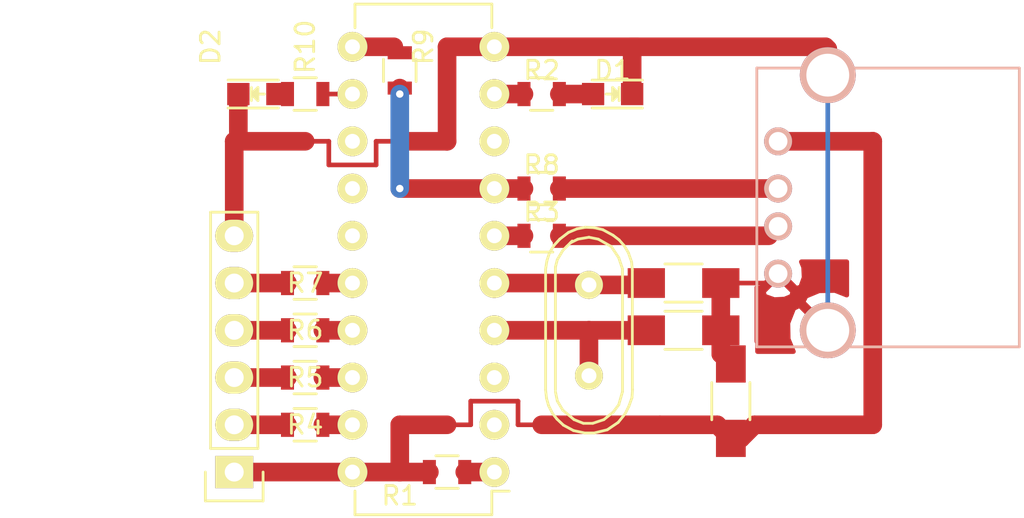
<source format=kicad_pcb>
(kicad_pcb (version 4) (host pcbnew 4.0.4+e1-6308~48~ubuntu16.04.1-stable)

  (general
    (links 36)
    (no_connects 0)
    (area 177.624999 52.614999 209.495 107.69095)
    (thickness 1.6)
    (drawings 2)
    (tracks 80)
    (zones 0)
    (modules 19)
    (nets 23)
  )

  (page A4)
  (layers
    (0 F.Cu signal)
    (31 B.Cu signal)
    (32 B.Adhes user hide)
    (33 F.Adhes user hide)
    (34 B.Paste user hide)
    (35 F.Paste user hide)
    (36 B.SilkS user hide)
    (37 F.SilkS user)
    (38 B.Mask user hide)
    (39 F.Mask user hide)
    (40 Dwgs.User user)
    (41 Cmts.User user hide)
    (42 Eco1.User user hide)
    (43 Eco2.User user hide)
    (44 Edge.Cuts user)
    (45 Margin user)
    (46 B.CrtYd user)
    (47 F.CrtYd user)
    (48 B.Fab user hide)
    (49 F.Fab user hide)
  )

  (setup
    (last_trace_width 0.25)
    (user_trace_width 1)
    (trace_clearance 0.2)
    (zone_clearance 0.508)
    (zone_45_only no)
    (trace_min 0.2)
    (segment_width 0.2)
    (edge_width 0.15)
    (via_size 0.6)
    (via_drill 0.4)
    (via_min_size 0.4)
    (via_min_drill 0.3)
    (uvia_size 0.3)
    (uvia_drill 0.1)
    (uvias_allowed no)
    (uvia_min_size 0.2)
    (uvia_min_drill 0.1)
    (pcb_text_width 0.3)
    (pcb_text_size 1.5 1.5)
    (mod_edge_width 0.15)
    (mod_text_size 1 1)
    (mod_text_width 0.15)
    (pad_size 1.524 1.524)
    (pad_drill 0.762)
    (pad_to_mask_clearance 0.2)
    (aux_axis_origin 0 0)
    (visible_elements FFFFFF7F)
    (pcbplotparams
      (layerselection 0x00030_80000001)
      (usegerberextensions false)
      (excludeedgelayer true)
      (linewidth 0.100000)
      (plotframeref false)
      (viasonmask false)
      (mode 1)
      (useauxorigin false)
      (hpglpennumber 1)
      (hpglpenspeed 20)
      (hpglpendiameter 15)
      (hpglpenoverlay 2)
      (psnegative false)
      (psa4output false)
      (plotreference true)
      (plotvalue true)
      (plotinvisibletext false)
      (padsonsilk false)
      (subtractmaskfromsilk false)
      (outputformat 1)
      (mirror false)
      (drillshape 1)
      (scaleselection 1)
      (outputdirectory ""))
  )

  (net 0 "")
  (net 1 GNDREF)
  (net 2 "Net-(C1-Pad2)")
  (net 3 "Net-(C2-Pad1)")
  (net 4 VCC)
  (net 5 "Net-(D1-Pad2)")
  (net 6 "Net-(D2-Pad2)")
  (net 7 "Net-(IC1-Pad1)")
  (net 8 "Net-(IC1-Pad6)")
  (net 9 "Net-(IC1-Pad7)")
  (net 10 "Net-(IC1-Pad9)")
  (net 11 "Net-(IC1-Pad11)")
  (net 12 "Net-(IC1-Pad12)")
  (net 13 "Net-(IC1-Pad16)")
  (net 14 "Net-(IC1-Pad17)")
  (net 15 "Net-(IC1-Pad18)")
  (net 16 "Net-(IC1-Pad19)")
  (net 17 "Net-(P2-Pad3)")
  (net 18 "Net-(P2-Pad2)")
  (net 19 "Net-(P3-Pad2)")
  (net 20 "Net-(P3-Pad3)")
  (net 21 "Net-(P3-Pad4)")
  (net 22 "Net-(P3-Pad5)")

  (net_class Default "This is the default net class."
    (clearance 0.2)
    (trace_width 0.25)
    (via_dia 0.6)
    (via_drill 0.4)
    (uvia_dia 0.3)
    (uvia_drill 0.1)
    (add_net GNDREF)
    (add_net "Net-(C1-Pad2)")
    (add_net "Net-(C2-Pad1)")
    (add_net "Net-(D1-Pad2)")
    (add_net "Net-(D2-Pad2)")
    (add_net "Net-(IC1-Pad1)")
    (add_net "Net-(IC1-Pad11)")
    (add_net "Net-(IC1-Pad12)")
    (add_net "Net-(IC1-Pad16)")
    (add_net "Net-(IC1-Pad17)")
    (add_net "Net-(IC1-Pad18)")
    (add_net "Net-(IC1-Pad19)")
    (add_net "Net-(IC1-Pad6)")
    (add_net "Net-(IC1-Pad7)")
    (add_net "Net-(IC1-Pad9)")
    (add_net "Net-(P2-Pad2)")
    (add_net "Net-(P2-Pad3)")
    (add_net "Net-(P3-Pad2)")
    (add_net "Net-(P3-Pad3)")
    (add_net "Net-(P3-Pad4)")
    (add_net "Net-(P3-Pad5)")
    (add_net VCC)
  )

  (module Connect:USB_A (layer B.Cu) (tedit 580A20E9) (tstamp 580A0BE7)
    (at 208.28 78.74 270)
    (descr "USB A connector")
    (tags "USB USB_A")
    (path /5809E4B4)
    (fp_text reference P2 (at -6.35 0 270) (layer B.SilkS) hide
      (effects (font (size 1 1) (thickness 0.15)) (justify mirror))
    )
    (fp_text value USB_A (at 3.83794 -7.43458 450) (layer B.Fab)
      (effects (font (size 1 1) (thickness 0.15)) (justify mirror))
    )
    (fp_line (start -5.3 -13.2) (end -5.3 1.4) (layer B.CrtYd) (width 0.05))
    (fp_line (start 11.95 1.4) (end 11.95 -13.2) (layer B.CrtYd) (width 0.05))
    (fp_line (start -5.3 -13.2) (end 11.95 -13.2) (layer B.CrtYd) (width 0.05))
    (fp_line (start -5.3 1.4) (end 11.95 1.4) (layer B.CrtYd) (width 0.05))
    (fp_line (start 11.04986 1.14512) (end 11.04986 -12.95188) (layer B.SilkS) (width 0.15))
    (fp_line (start -3.93614 -12.95188) (end -3.93614 1.14512) (layer B.SilkS) (width 0.15))
    (fp_line (start 11.04986 1.14512) (end -3.93614 1.14512) (layer B.SilkS) (width 0.15))
    (fp_line (start 11.04986 -12.95188) (end -3.93614 -12.95188) (layer B.SilkS) (width 0.15))
    (pad 4 thru_hole circle (at 7.11286 0.00212) (size 1.50114 1.50114) (drill 1.00076) (layers *.Cu *.Mask B.SilkS)
      (net 1 GNDREF))
    (pad 3 thru_hole circle (at 4.57286 0.00212) (size 1.50114 1.50114) (drill 1.00076) (layers *.Cu *.Mask B.SilkS)
      (net 17 "Net-(P2-Pad3)"))
    (pad 2 thru_hole circle (at 2.54086 0.00212) (size 1.50114 1.50114) (drill 1.00076) (layers *.Cu *.Mask B.SilkS)
      (net 18 "Net-(P2-Pad2)"))
    (pad 1 thru_hole circle (at 0.00086 0.00212) (size 1.50114 1.50114) (drill 1.00076) (layers *.Cu *.Mask B.SilkS)
      (net 4 VCC))
    (pad 5 thru_hole circle (at 10.16086 -2.66488) (size 2.99974 2.99974) (drill 2.30124) (layers *.Cu *.Mask B.SilkS)
      (net 1 GNDREF))
    (pad 5 thru_hole circle (at -3.55514 -2.66488) (size 2.99974 2.99974) (drill 2.30124) (layers *.Cu *.Mask B.SilkS)
      (net 1 GNDREF))
    (model Connect.3dshapes/USB_A.wrl
      (at (xyz 0.14 0 0))
      (scale (xyz 1 1 1))
      (rotate (xyz 0 0 90))
    )
  )

  (module Capacitors_SMD:C_1206_HandSoldering (layer F.Cu) (tedit 580B4356) (tstamp 580A0BB9)
    (at 205.74 92.71 90)
    (descr "Capacitor SMD 1206, hand soldering")
    (tags "capacitor 1206")
    (path /5809E382)
    (attr smd)
    (fp_text reference C3 (at 6.35 -2.54 180) (layer F.SilkS) hide
      (effects (font (size 1 1) (thickness 0.15)))
    )
    (fp_text value 100n (at 0 -1.27 180) (layer F.Fab)
      (effects (font (size 1 1) (thickness 0.15)))
    )
    (fp_line (start -1.6 0.8) (end -1.6 -0.8) (layer F.Fab) (width 0.15))
    (fp_line (start 1.6 0.8) (end -1.6 0.8) (layer F.Fab) (width 0.15))
    (fp_line (start 1.6 -0.8) (end 1.6 0.8) (layer F.Fab) (width 0.15))
    (fp_line (start -1.6 -0.8) (end 1.6 -0.8) (layer F.Fab) (width 0.15))
    (fp_line (start -3.3 -1.15) (end 3.3 -1.15) (layer F.CrtYd) (width 0.05))
    (fp_line (start -3.3 1.15) (end 3.3 1.15) (layer F.CrtYd) (width 0.05))
    (fp_line (start -3.3 -1.15) (end -3.3 1.15) (layer F.CrtYd) (width 0.05))
    (fp_line (start 3.3 -1.15) (end 3.3 1.15) (layer F.CrtYd) (width 0.05))
    (fp_line (start 1 -1.025) (end -1 -1.025) (layer F.SilkS) (width 0.15))
    (fp_line (start -1 1.025) (end 1 1.025) (layer F.SilkS) (width 0.15))
    (pad 1 smd rect (at -2 0 90) (size 2 1.6) (layers F.Cu F.Paste F.Mask)
      (net 4 VCC))
    (pad 2 smd rect (at 2 0 90) (size 2 1.6) (layers F.Cu F.Paste F.Mask)
      (net 1 GNDREF))
    (model Capacitors_SMD.3dshapes/C_1206_HandSoldering.wrl
      (at (xyz 0 0 0))
      (scale (xyz 1 1 1))
      (rotate (xyz 0 0 0))
    )
  )

  (module Housings_DIP:DIP-20_W7.62mm (layer F.Cu) (tedit 580B4050) (tstamp 580A0BDD)
    (at 193.04 96.52 180)
    (descr "20-lead dip package, row spacing 7.62 mm (300 mils)")
    (tags "dil dip 2.54 300")
    (path /5809E019)
    (fp_text reference IC1 (at 0 -5.22 180) (layer F.SilkS) hide
      (effects (font (size 1 1) (thickness 0.15)))
    )
    (fp_text value ATTINY2313 (at 3.81 -3.81 180) (layer F.Fab)
      (effects (font (size 1 1) (thickness 0.15)))
    )
    (fp_line (start -1.05 -2.45) (end -1.05 25.35) (layer F.CrtYd) (width 0.05))
    (fp_line (start 8.65 -2.45) (end 8.65 25.35) (layer F.CrtYd) (width 0.05))
    (fp_line (start -1.05 -2.45) (end 8.65 -2.45) (layer F.CrtYd) (width 0.05))
    (fp_line (start -1.05 25.35) (end 8.65 25.35) (layer F.CrtYd) (width 0.05))
    (fp_line (start 0.135 -2.295) (end 0.135 -1.025) (layer F.SilkS) (width 0.15))
    (fp_line (start 7.485 -2.295) (end 7.485 -1.025) (layer F.SilkS) (width 0.15))
    (fp_line (start 7.485 25.155) (end 7.485 23.885) (layer F.SilkS) (width 0.15))
    (fp_line (start 0.135 25.155) (end 0.135 23.885) (layer F.SilkS) (width 0.15))
    (fp_line (start 0.135 -2.295) (end 7.485 -2.295) (layer F.SilkS) (width 0.15))
    (fp_line (start 0.135 25.155) (end 7.485 25.155) (layer F.SilkS) (width 0.15))
    (fp_line (start 0.135 -1.025) (end -0.8 -1.025) (layer F.SilkS) (width 0.15))
    (pad 1 thru_hole oval (at 0 0 180) (size 1.6 1.6) (drill 0.8) (layers *.Cu *.Mask F.SilkS)
      (net 7 "Net-(IC1-Pad1)"))
    (pad 2 thru_hole oval (at 0 2.54 180) (size 1.6 1.6) (drill 0.8) (layers *.Cu *.Mask F.SilkS))
    (pad 3 thru_hole oval (at 0 5.08 180) (size 1.6 1.6) (drill 0.8) (layers *.Cu *.Mask F.SilkS))
    (pad 4 thru_hole oval (at 0 7.62 180) (size 1.6 1.6) (drill 0.8) (layers *.Cu *.Mask F.SilkS)
      (net 2 "Net-(C1-Pad2)"))
    (pad 5 thru_hole oval (at 0 10.16 180) (size 1.6 1.6) (drill 0.8) (layers *.Cu *.Mask F.SilkS)
      (net 3 "Net-(C2-Pad1)"))
    (pad 6 thru_hole oval (at 0 12.7 180) (size 1.6 1.6) (drill 0.8) (layers *.Cu *.Mask F.SilkS)
      (net 8 "Net-(IC1-Pad6)"))
    (pad 7 thru_hole oval (at 0 15.24 180) (size 1.6 1.6) (drill 0.8) (layers *.Cu *.Mask F.SilkS)
      (net 9 "Net-(IC1-Pad7)"))
    (pad 8 thru_hole oval (at 0 17.78 180) (size 1.6 1.6) (drill 0.8) (layers *.Cu *.Mask F.SilkS))
    (pad 9 thru_hole oval (at 0 20.32 180) (size 1.6 1.6) (drill 0.8) (layers *.Cu *.Mask F.SilkS)
      (net 10 "Net-(IC1-Pad9)"))
    (pad 10 thru_hole oval (at 0 22.86 180) (size 1.6 1.6) (drill 0.8) (layers *.Cu *.Mask F.SilkS)
      (net 1 GNDREF))
    (pad 11 thru_hole oval (at 7.62 22.86 180) (size 1.6 1.6) (drill 0.8) (layers *.Cu *.Mask F.SilkS)
      (net 11 "Net-(IC1-Pad11)"))
    (pad 12 thru_hole oval (at 7.62 20.32 180) (size 1.6 1.6) (drill 0.8) (layers *.Cu *.Mask F.SilkS)
      (net 12 "Net-(IC1-Pad12)"))
    (pad 13 thru_hole oval (at 7.62 17.78 180) (size 1.6 1.6) (drill 0.8) (layers *.Cu *.Mask F.SilkS))
    (pad 14 thru_hole oval (at 7.62 15.24 180) (size 1.6 1.6) (drill 0.8) (layers *.Cu *.Mask F.SilkS))
    (pad 15 thru_hole oval (at 7.62 12.7 180) (size 1.6 1.6) (drill 0.8) (layers *.Cu *.Mask F.SilkS))
    (pad 16 thru_hole oval (at 7.62 10.16 180) (size 1.6 1.6) (drill 0.8) (layers *.Cu *.Mask F.SilkS)
      (net 13 "Net-(IC1-Pad16)"))
    (pad 17 thru_hole oval (at 7.62 7.62 180) (size 1.6 1.6) (drill 0.8) (layers *.Cu *.Mask F.SilkS)
      (net 14 "Net-(IC1-Pad17)"))
    (pad 18 thru_hole oval (at 7.62 5.08 180) (size 1.6 1.6) (drill 0.8) (layers *.Cu *.Mask F.SilkS)
      (net 15 "Net-(IC1-Pad18)"))
    (pad 19 thru_hole oval (at 7.62 2.54 180) (size 1.6 1.6) (drill 0.8) (layers *.Cu *.Mask F.SilkS)
      (net 16 "Net-(IC1-Pad19)"))
    (pad 20 thru_hole oval (at 7.62 0 180) (size 1.6 1.6) (drill 0.8) (layers *.Cu *.Mask F.SilkS)
      (net 4 VCC))
    (model Housings_DIP.3dshapes/DIP-20_W7.62mm.wrl
      (at (xyz 0 0 0))
      (scale (xyz 1 1 1))
      (rotate (xyz 0 0 0))
    )
  )

  (module Capacitors_SMD:C_1206_HandSoldering (layer F.Cu) (tedit 580B4365) (tstamp 580A0BAD)
    (at 203.2 88.9 180)
    (descr "Capacitor SMD 1206, hand soldering")
    (tags "capacitor 1206")
    (path /5809E153)
    (attr smd)
    (fp_text reference C1 (at 0 -2.3 180) (layer F.SilkS) hide
      (effects (font (size 1 1) (thickness 0.15)))
    )
    (fp_text value 22p (at 0 0 180) (layer F.Fab)
      (effects (font (size 1 1) (thickness 0.15)))
    )
    (fp_line (start -1.6 0.8) (end -1.6 -0.8) (layer F.Fab) (width 0.15))
    (fp_line (start 1.6 0.8) (end -1.6 0.8) (layer F.Fab) (width 0.15))
    (fp_line (start 1.6 -0.8) (end 1.6 0.8) (layer F.Fab) (width 0.15))
    (fp_line (start -1.6 -0.8) (end 1.6 -0.8) (layer F.Fab) (width 0.15))
    (fp_line (start -3.3 -1.15) (end 3.3 -1.15) (layer F.CrtYd) (width 0.05))
    (fp_line (start -3.3 1.15) (end 3.3 1.15) (layer F.CrtYd) (width 0.05))
    (fp_line (start -3.3 -1.15) (end -3.3 1.15) (layer F.CrtYd) (width 0.05))
    (fp_line (start 3.3 -1.15) (end 3.3 1.15) (layer F.CrtYd) (width 0.05))
    (fp_line (start 1 -1.025) (end -1 -1.025) (layer F.SilkS) (width 0.15))
    (fp_line (start -1 1.025) (end 1 1.025) (layer F.SilkS) (width 0.15))
    (pad 1 smd rect (at -2 0 180) (size 2 1.6) (layers F.Cu F.Paste F.Mask)
      (net 1 GNDREF))
    (pad 2 smd rect (at 2 0 180) (size 2 1.6) (layers F.Cu F.Paste F.Mask)
      (net 2 "Net-(C1-Pad2)"))
    (model Capacitors_SMD.3dshapes/C_1206_HandSoldering.wrl
      (at (xyz 0 0 0))
      (scale (xyz 1 1 1))
      (rotate (xyz 0 0 0))
    )
  )

  (module Capacitors_SMD:C_1206_HandSoldering (layer F.Cu) (tedit 580B4362) (tstamp 580A0BB3)
    (at 203.2 86.36)
    (descr "Capacitor SMD 1206, hand soldering")
    (tags "capacitor 1206")
    (path /5809E1B3)
    (attr smd)
    (fp_text reference C2 (at -2.54 -1.27) (layer F.SilkS) hide
      (effects (font (size 1 1) (thickness 0.15)))
    )
    (fp_text value 22p (at 0 0 180) (layer F.Fab)
      (effects (font (size 1 1) (thickness 0.15)))
    )
    (fp_line (start -1.6 0.8) (end -1.6 -0.8) (layer F.Fab) (width 0.15))
    (fp_line (start 1.6 0.8) (end -1.6 0.8) (layer F.Fab) (width 0.15))
    (fp_line (start 1.6 -0.8) (end 1.6 0.8) (layer F.Fab) (width 0.15))
    (fp_line (start -1.6 -0.8) (end 1.6 -0.8) (layer F.Fab) (width 0.15))
    (fp_line (start -3.3 -1.15) (end 3.3 -1.15) (layer F.CrtYd) (width 0.05))
    (fp_line (start -3.3 1.15) (end 3.3 1.15) (layer F.CrtYd) (width 0.05))
    (fp_line (start -3.3 -1.15) (end -3.3 1.15) (layer F.CrtYd) (width 0.05))
    (fp_line (start 3.3 -1.15) (end 3.3 1.15) (layer F.CrtYd) (width 0.05))
    (fp_line (start 1 -1.025) (end -1 -1.025) (layer F.SilkS) (width 0.15))
    (fp_line (start -1 1.025) (end 1 1.025) (layer F.SilkS) (width 0.15))
    (pad 1 smd rect (at -2 0) (size 2 1.6) (layers F.Cu F.Paste F.Mask)
      (net 3 "Net-(C2-Pad1)"))
    (pad 2 smd rect (at 2 0) (size 2 1.6) (layers F.Cu F.Paste F.Mask)
      (net 1 GNDREF))
    (model Capacitors_SMD.3dshapes/C_1206_HandSoldering.wrl
      (at (xyz 0 0 0))
      (scale (xyz 1 1 1))
      (rotate (xyz 0 0 0))
    )
  )

  (module Pin_Headers:Pin_Header_Straight_1x06 (layer F.Cu) (tedit 580A1628) (tstamp 580A0BF1)
    (at 179.07 96.52 180)
    (descr "Through hole pin header")
    (tags "pin header")
    (path /5809FD73)
    (fp_text reference P3 (at 0 -5.1 180) (layer F.SilkS) hide
      (effects (font (size 1 1) (thickness 0.15)))
    )
    (fp_text value CONN_01X06 (at 0 -3.1 180) (layer F.Fab) hide
      (effects (font (size 1 1) (thickness 0.15)))
    )
    (fp_line (start -1.75 -1.75) (end -1.75 14.45) (layer F.CrtYd) (width 0.05))
    (fp_line (start 1.75 -1.75) (end 1.75 14.45) (layer F.CrtYd) (width 0.05))
    (fp_line (start -1.75 -1.75) (end 1.75 -1.75) (layer F.CrtYd) (width 0.05))
    (fp_line (start -1.75 14.45) (end 1.75 14.45) (layer F.CrtYd) (width 0.05))
    (fp_line (start 1.27 1.27) (end 1.27 13.97) (layer F.SilkS) (width 0.15))
    (fp_line (start 1.27 13.97) (end -1.27 13.97) (layer F.SilkS) (width 0.15))
    (fp_line (start -1.27 13.97) (end -1.27 1.27) (layer F.SilkS) (width 0.15))
    (fp_line (start 1.55 -1.55) (end 1.55 0) (layer F.SilkS) (width 0.15))
    (fp_line (start 1.27 1.27) (end -1.27 1.27) (layer F.SilkS) (width 0.15))
    (fp_line (start -1.55 0) (end -1.55 -1.55) (layer F.SilkS) (width 0.15))
    (fp_line (start -1.55 -1.55) (end 1.55 -1.55) (layer F.SilkS) (width 0.15))
    (pad 1 thru_hole rect (at 0 0 180) (size 2.032 1.7272) (drill 1.016) (layers *.Cu *.Mask F.SilkS)
      (net 4 VCC))
    (pad 2 thru_hole oval (at 0 2.54 180) (size 2.032 1.7272) (drill 1.016) (layers *.Cu *.Mask F.SilkS)
      (net 19 "Net-(P3-Pad2)"))
    (pad 3 thru_hole oval (at 0 5.08 180) (size 2.032 1.7272) (drill 1.016) (layers *.Cu *.Mask F.SilkS)
      (net 20 "Net-(P3-Pad3)"))
    (pad 4 thru_hole oval (at 0 7.62 180) (size 2.032 1.7272) (drill 1.016) (layers *.Cu *.Mask F.SilkS)
      (net 21 "Net-(P3-Pad4)"))
    (pad 5 thru_hole oval (at 0 10.16 180) (size 2.032 1.7272) (drill 1.016) (layers *.Cu *.Mask F.SilkS)
      (net 22 "Net-(P3-Pad5)"))
    (pad 6 thru_hole oval (at 0 12.7 180) (size 2.032 1.7272) (drill 1.016) (layers *.Cu *.Mask F.SilkS)
      (net 1 GNDREF))
    (model Pin_Headers.3dshapes/Pin_Header_Straight_1x06.wrl
      (at (xyz 0 -0.25 0))
      (scale (xyz 1 1 1))
      (rotate (xyz 0 0 90))
    )
  )

  (module Resistors_SMD:R_0805 (layer F.Cu) (tedit 580B4329) (tstamp 580A0BF7)
    (at 190.5 96.52)
    (descr "Resistor SMD 0805, reflow soldering, Vishay (see dcrcw.pdf)")
    (tags "resistor 0805")
    (path /5809E2A0)
    (attr smd)
    (fp_text reference R1 (at -2.54 1.27 180) (layer F.SilkS)
      (effects (font (size 1 1) (thickness 0.15)))
    )
    (fp_text value 10K (at 0 1.27 180) (layer F.Fab)
      (effects (font (size 1 1) (thickness 0.15)))
    )
    (fp_line (start -1.6 -1) (end 1.6 -1) (layer F.CrtYd) (width 0.05))
    (fp_line (start -1.6 1) (end 1.6 1) (layer F.CrtYd) (width 0.05))
    (fp_line (start -1.6 -1) (end -1.6 1) (layer F.CrtYd) (width 0.05))
    (fp_line (start 1.6 -1) (end 1.6 1) (layer F.CrtYd) (width 0.05))
    (fp_line (start 0.6 0.875) (end -0.6 0.875) (layer F.SilkS) (width 0.15))
    (fp_line (start -0.6 -0.875) (end 0.6 -0.875) (layer F.SilkS) (width 0.15))
    (pad 1 smd rect (at -0.95 0) (size 0.7 1.3) (layers F.Cu F.Paste F.Mask)
      (net 4 VCC))
    (pad 2 smd rect (at 0.95 0) (size 0.7 1.3) (layers F.Cu F.Paste F.Mask)
      (net 7 "Net-(IC1-Pad1)"))
    (model Resistors_SMD.3dshapes/R_0805.wrl
      (at (xyz 0 0 0))
      (scale (xyz 1 1 1))
      (rotate (xyz 0 0 0))
    )
  )

  (module Resistors_SMD:R_0805 (layer F.Cu) (tedit 580B4315) (tstamp 580A0BFD)
    (at 195.58 76.2)
    (descr "Resistor SMD 0805, reflow soldering, Vishay (see dcrcw.pdf)")
    (tags "resistor 0805")
    (path /5809E83F)
    (attr smd)
    (fp_text reference R2 (at 0 -1.27 180) (layer F.SilkS)
      (effects (font (size 1 1) (thickness 0.15)))
    )
    (fp_text value 1K (at 0 2.1) (layer F.Fab) hide
      (effects (font (size 1 1) (thickness 0.15)))
    )
    (fp_line (start -1.6 -1) (end 1.6 -1) (layer F.CrtYd) (width 0.05))
    (fp_line (start -1.6 1) (end 1.6 1) (layer F.CrtYd) (width 0.05))
    (fp_line (start -1.6 -1) (end -1.6 1) (layer F.CrtYd) (width 0.05))
    (fp_line (start 1.6 -1) (end 1.6 1) (layer F.CrtYd) (width 0.05))
    (fp_line (start 0.6 0.875) (end -0.6 0.875) (layer F.SilkS) (width 0.15))
    (fp_line (start -0.6 -0.875) (end 0.6 -0.875) (layer F.SilkS) (width 0.15))
    (pad 1 smd rect (at -0.95 0) (size 0.7 1.3) (layers F.Cu F.Paste F.Mask)
      (net 10 "Net-(IC1-Pad9)"))
    (pad 2 smd rect (at 0.95 0) (size 0.7 1.3) (layers F.Cu F.Paste F.Mask)
      (net 5 "Net-(D1-Pad2)"))
    (model Resistors_SMD.3dshapes/R_0805.wrl
      (at (xyz 0 0 0))
      (scale (xyz 1 1 1))
      (rotate (xyz 0 0 0))
    )
  )

  (module Resistors_SMD:R_0805 (layer F.Cu) (tedit 580A1676) (tstamp 580A0C03)
    (at 195.58 83.82)
    (descr "Resistor SMD 0805, reflow soldering, Vishay (see dcrcw.pdf)")
    (tags "resistor 0805")
    (path /5809EA5F)
    (attr smd)
    (fp_text reference R3 (at 0 -1.27) (layer F.SilkS)
      (effects (font (size 1 1) (thickness 0.15)))
    )
    (fp_text value 27-47R (at 5.08 -1.27) (layer F.Fab)
      (effects (font (size 1 1) (thickness 0.15)))
    )
    (fp_line (start -1.6 -1) (end 1.6 -1) (layer F.CrtYd) (width 0.05))
    (fp_line (start -1.6 1) (end 1.6 1) (layer F.CrtYd) (width 0.05))
    (fp_line (start -1.6 -1) (end -1.6 1) (layer F.CrtYd) (width 0.05))
    (fp_line (start 1.6 -1) (end 1.6 1) (layer F.CrtYd) (width 0.05))
    (fp_line (start 0.6 0.875) (end -0.6 0.875) (layer F.SilkS) (width 0.15))
    (fp_line (start -0.6 -0.875) (end 0.6 -0.875) (layer F.SilkS) (width 0.15))
    (pad 1 smd rect (at -0.95 0) (size 0.7 1.3) (layers F.Cu F.Paste F.Mask)
      (net 8 "Net-(IC1-Pad6)"))
    (pad 2 smd rect (at 0.95 0) (size 0.7 1.3) (layers F.Cu F.Paste F.Mask)
      (net 17 "Net-(P2-Pad3)"))
    (model Resistors_SMD.3dshapes/R_0805.wrl
      (at (xyz 0 0 0))
      (scale (xyz 1 1 1))
      (rotate (xyz 0 0 0))
    )
  )

  (module Resistors_SMD:R_0805 (layer F.Cu) (tedit 580A16C7) (tstamp 580A0C09)
    (at 182.88 93.98 180)
    (descr "Resistor SMD 0805, reflow soldering, Vishay (see dcrcw.pdf)")
    (tags "resistor 0805")
    (path /580A0276)
    (attr smd)
    (fp_text reference R4 (at 0 0 180) (layer F.SilkS)
      (effects (font (size 1 1) (thickness 0.15)))
    )
    (fp_text value 100R (at 0 2.54 270) (layer F.Fab) hide
      (effects (font (size 1 1) (thickness 0.15)))
    )
    (fp_line (start -1.6 -1) (end 1.6 -1) (layer F.CrtYd) (width 0.05))
    (fp_line (start -1.6 1) (end 1.6 1) (layer F.CrtYd) (width 0.05))
    (fp_line (start -1.6 -1) (end -1.6 1) (layer F.CrtYd) (width 0.05))
    (fp_line (start 1.6 -1) (end 1.6 1) (layer F.CrtYd) (width 0.05))
    (fp_line (start 0.6 0.875) (end -0.6 0.875) (layer F.SilkS) (width 0.15))
    (fp_line (start -0.6 -0.875) (end 0.6 -0.875) (layer F.SilkS) (width 0.15))
    (pad 1 smd rect (at -0.95 0 180) (size 0.7 1.3) (layers F.Cu F.Paste F.Mask)
      (net 16 "Net-(IC1-Pad19)"))
    (pad 2 smd rect (at 0.95 0 180) (size 0.7 1.3) (layers F.Cu F.Paste F.Mask)
      (net 19 "Net-(P3-Pad2)"))
    (model Resistors_SMD.3dshapes/R_0805.wrl
      (at (xyz 0 0 0))
      (scale (xyz 1 1 1))
      (rotate (xyz 0 0 0))
    )
  )

  (module Resistors_SMD:R_0805 (layer F.Cu) (tedit 580A16BF) (tstamp 580A0C0F)
    (at 182.88 91.44 180)
    (descr "Resistor SMD 0805, reflow soldering, Vishay (see dcrcw.pdf)")
    (tags "resistor 0805")
    (path /580A03D1)
    (attr smd)
    (fp_text reference R5 (at 0 0 180) (layer F.SilkS)
      (effects (font (size 1 1) (thickness 0.15)))
    )
    (fp_text value 100R (at 0 2.1 180) (layer F.Fab) hide
      (effects (font (size 1 1) (thickness 0.15)))
    )
    (fp_line (start -1.6 -1) (end 1.6 -1) (layer F.CrtYd) (width 0.05))
    (fp_line (start -1.6 1) (end 1.6 1) (layer F.CrtYd) (width 0.05))
    (fp_line (start -1.6 -1) (end -1.6 1) (layer F.CrtYd) (width 0.05))
    (fp_line (start 1.6 -1) (end 1.6 1) (layer F.CrtYd) (width 0.05))
    (fp_line (start 0.6 0.875) (end -0.6 0.875) (layer F.SilkS) (width 0.15))
    (fp_line (start -0.6 -0.875) (end 0.6 -0.875) (layer F.SilkS) (width 0.15))
    (pad 1 smd rect (at -0.95 0 180) (size 0.7 1.3) (layers F.Cu F.Paste F.Mask)
      (net 15 "Net-(IC1-Pad18)"))
    (pad 2 smd rect (at 0.95 0 180) (size 0.7 1.3) (layers F.Cu F.Paste F.Mask)
      (net 20 "Net-(P3-Pad3)"))
    (model Resistors_SMD.3dshapes/R_0805.wrl
      (at (xyz 0 0 0))
      (scale (xyz 1 1 1))
      (rotate (xyz 0 0 0))
    )
  )

  (module Resistors_SMD:R_0805 (layer F.Cu) (tedit 580A16BC) (tstamp 580A0C15)
    (at 182.88 88.9 180)
    (descr "Resistor SMD 0805, reflow soldering, Vishay (see dcrcw.pdf)")
    (tags "resistor 0805")
    (path /580A041D)
    (attr smd)
    (fp_text reference R6 (at 0 0 180) (layer F.SilkS)
      (effects (font (size 1 1) (thickness 0.15)))
    )
    (fp_text value 100R (at 0 2.1 180) (layer F.Fab) hide
      (effects (font (size 1 1) (thickness 0.15)))
    )
    (fp_line (start -1.6 -1) (end 1.6 -1) (layer F.CrtYd) (width 0.05))
    (fp_line (start -1.6 1) (end 1.6 1) (layer F.CrtYd) (width 0.05))
    (fp_line (start -1.6 -1) (end -1.6 1) (layer F.CrtYd) (width 0.05))
    (fp_line (start 1.6 -1) (end 1.6 1) (layer F.CrtYd) (width 0.05))
    (fp_line (start 0.6 0.875) (end -0.6 0.875) (layer F.SilkS) (width 0.15))
    (fp_line (start -0.6 -0.875) (end 0.6 -0.875) (layer F.SilkS) (width 0.15))
    (pad 1 smd rect (at -0.95 0 180) (size 0.7 1.3) (layers F.Cu F.Paste F.Mask)
      (net 14 "Net-(IC1-Pad17)"))
    (pad 2 smd rect (at 0.95 0 180) (size 0.7 1.3) (layers F.Cu F.Paste F.Mask)
      (net 21 "Net-(P3-Pad4)"))
    (model Resistors_SMD.3dshapes/R_0805.wrl
      (at (xyz 0 0 0))
      (scale (xyz 1 1 1))
      (rotate (xyz 0 0 0))
    )
  )

  (module Resistors_SMD:R_0805 (layer F.Cu) (tedit 580A16C4) (tstamp 580A0C1B)
    (at 182.88 86.36 180)
    (descr "Resistor SMD 0805, reflow soldering, Vishay (see dcrcw.pdf)")
    (tags "resistor 0805")
    (path /580A0466)
    (attr smd)
    (fp_text reference R7 (at 0 0 180) (layer F.SilkS)
      (effects (font (size 1 1) (thickness 0.15)))
    )
    (fp_text value 100R (at 0 2.1 180) (layer F.Fab) hide
      (effects (font (size 1 1) (thickness 0.15)))
    )
    (fp_line (start -1.6 -1) (end 1.6 -1) (layer F.CrtYd) (width 0.05))
    (fp_line (start -1.6 1) (end 1.6 1) (layer F.CrtYd) (width 0.05))
    (fp_line (start -1.6 -1) (end -1.6 1) (layer F.CrtYd) (width 0.05))
    (fp_line (start 1.6 -1) (end 1.6 1) (layer F.CrtYd) (width 0.05))
    (fp_line (start 0.6 0.875) (end -0.6 0.875) (layer F.SilkS) (width 0.15))
    (fp_line (start -0.6 -0.875) (end 0.6 -0.875) (layer F.SilkS) (width 0.15))
    (pad 1 smd rect (at -0.95 0 180) (size 0.7 1.3) (layers F.Cu F.Paste F.Mask)
      (net 13 "Net-(IC1-Pad16)"))
    (pad 2 smd rect (at 0.95 0 180) (size 0.7 1.3) (layers F.Cu F.Paste F.Mask)
      (net 22 "Net-(P3-Pad5)"))
    (model Resistors_SMD.3dshapes/R_0805.wrl
      (at (xyz 0 0 0))
      (scale (xyz 1 1 1))
      (rotate (xyz 0 0 0))
    )
  )

  (module Resistors_SMD:R_0805 (layer F.Cu) (tedit 580A1670) (tstamp 580A0C21)
    (at 195.58 81.28 180)
    (descr "Resistor SMD 0805, reflow soldering, Vishay (see dcrcw.pdf)")
    (tags "resistor 0805")
    (path /5809E9D5)
    (attr smd)
    (fp_text reference R8 (at 0 1.27 180) (layer F.SilkS)
      (effects (font (size 1 1) (thickness 0.15)))
    )
    (fp_text value 27R-47R (at -5.08 1.27 180) (layer F.Fab)
      (effects (font (size 1 1) (thickness 0.15)))
    )
    (fp_line (start -1.6 -1) (end 1.6 -1) (layer F.CrtYd) (width 0.05))
    (fp_line (start -1.6 1) (end 1.6 1) (layer F.CrtYd) (width 0.05))
    (fp_line (start -1.6 -1) (end -1.6 1) (layer F.CrtYd) (width 0.05))
    (fp_line (start 1.6 -1) (end 1.6 1) (layer F.CrtYd) (width 0.05))
    (fp_line (start 0.6 0.875) (end -0.6 0.875) (layer F.SilkS) (width 0.15))
    (fp_line (start -0.6 -0.875) (end 0.6 -0.875) (layer F.SilkS) (width 0.15))
    (pad 1 smd rect (at -0.95 0 180) (size 0.7 1.3) (layers F.Cu F.Paste F.Mask)
      (net 18 "Net-(P2-Pad2)"))
    (pad 2 smd rect (at 0.95 0 180) (size 0.7 1.3) (layers F.Cu F.Paste F.Mask)
      (net 9 "Net-(IC1-Pad7)"))
    (model Resistors_SMD.3dshapes/R_0805.wrl
      (at (xyz 0 0 0))
      (scale (xyz 1 1 1))
      (rotate (xyz 0 0 0))
    )
  )

  (module Resistors_SMD:R_0805 (layer F.Cu) (tedit 580A12CE) (tstamp 580A0C27)
    (at 187.96 74.93 90)
    (descr "Resistor SMD 0805, reflow soldering, Vishay (see dcrcw.pdf)")
    (tags "resistor 0805")
    (path /5809ECC6)
    (attr smd)
    (fp_text reference R9 (at 1.27 1.27 90) (layer F.SilkS)
      (effects (font (size 1 1) (thickness 0.15)))
    )
    (fp_text value 1K5 (at -2.54 1.27 90) (layer F.Fab)
      (effects (font (size 1 1) (thickness 0.15)))
    )
    (fp_line (start -1.6 -1) (end 1.6 -1) (layer F.CrtYd) (width 0.05))
    (fp_line (start -1.6 1) (end 1.6 1) (layer F.CrtYd) (width 0.05))
    (fp_line (start -1.6 -1) (end -1.6 1) (layer F.CrtYd) (width 0.05))
    (fp_line (start 1.6 -1) (end 1.6 1) (layer F.CrtYd) (width 0.05))
    (fp_line (start 0.6 0.875) (end -0.6 0.875) (layer F.SilkS) (width 0.15))
    (fp_line (start -0.6 -0.875) (end 0.6 -0.875) (layer F.SilkS) (width 0.15))
    (pad 1 smd rect (at -0.95 0 90) (size 0.7 1.3) (layers F.Cu F.Paste F.Mask)
      (net 9 "Net-(IC1-Pad7)"))
    (pad 2 smd rect (at 0.95 0 90) (size 0.7 1.3) (layers F.Cu F.Paste F.Mask)
      (net 11 "Net-(IC1-Pad11)"))
    (model Resistors_SMD.3dshapes/R_0805.wrl
      (at (xyz 0 0 0))
      (scale (xyz 1 1 1))
      (rotate (xyz 0 0 0))
    )
  )

  (module Resistors_SMD:R_0805 (layer F.Cu) (tedit 580B4104) (tstamp 580A0C2D)
    (at 182.88 76.2 180)
    (descr "Resistor SMD 0805, reflow soldering, Vishay (see dcrcw.pdf)")
    (tags "resistor 0805")
    (path /5809E56A)
    (attr smd)
    (fp_text reference R10 (at 0 2.54 270) (layer F.SilkS)
      (effects (font (size 1 1) (thickness 0.15)))
    )
    (fp_text value 1K (at 1.27 2.54 270) (layer F.Fab)
      (effects (font (size 1 1) (thickness 0.15)))
    )
    (fp_line (start -1.6 -1) (end 1.6 -1) (layer F.CrtYd) (width 0.05))
    (fp_line (start -1.6 1) (end 1.6 1) (layer F.CrtYd) (width 0.05))
    (fp_line (start -1.6 -1) (end -1.6 1) (layer F.CrtYd) (width 0.05))
    (fp_line (start 1.6 -1) (end 1.6 1) (layer F.CrtYd) (width 0.05))
    (fp_line (start 0.6 0.875) (end -0.6 0.875) (layer F.SilkS) (width 0.15))
    (fp_line (start -0.6 -0.875) (end 0.6 -0.875) (layer F.SilkS) (width 0.15))
    (pad 1 smd rect (at -0.95 0 180) (size 0.7 1.3) (layers F.Cu F.Paste F.Mask)
      (net 12 "Net-(IC1-Pad12)"))
    (pad 2 smd rect (at 0.95 0 180) (size 0.7 1.3) (layers F.Cu F.Paste F.Mask)
      (net 6 "Net-(D2-Pad2)"))
    (model Resistors_SMD.3dshapes/R_0805.wrl
      (at (xyz 0 0 0))
      (scale (xyz 1 1 1))
      (rotate (xyz 0 0 0))
    )
  )

  (module Crystals:Crystal_HC49-U_Vertical (layer F.Cu) (tedit 580B435E) (tstamp 580A0C33)
    (at 198.12 88.9 90)
    (descr "Crystal Quarz HC49/U vertical stehend")
    (tags "Crystal Quarz HC49/U vertical stehend")
    (path /5809E0B4)
    (fp_text reference Y1 (at 0 -3.81 90) (layer F.SilkS) hide
      (effects (font (size 1 1) (thickness 0.15)))
    )
    (fp_text value 12MHz (at 0 0 180) (layer F.Fab)
      (effects (font (size 1 1) (thickness 0.15)))
    )
    (fp_line (start 4.699 -1.00076) (end 4.89966 -0.59944) (layer F.SilkS) (width 0.15))
    (fp_line (start 4.89966 -0.59944) (end 5.00126 0) (layer F.SilkS) (width 0.15))
    (fp_line (start 5.00126 0) (end 4.89966 0.50038) (layer F.SilkS) (width 0.15))
    (fp_line (start 4.89966 0.50038) (end 4.50088 1.19888) (layer F.SilkS) (width 0.15))
    (fp_line (start 4.50088 1.19888) (end 3.8989 1.6002) (layer F.SilkS) (width 0.15))
    (fp_line (start 3.8989 1.6002) (end 3.29946 1.80086) (layer F.SilkS) (width 0.15))
    (fp_line (start 3.29946 1.80086) (end -3.29946 1.80086) (layer F.SilkS) (width 0.15))
    (fp_line (start -3.29946 1.80086) (end -4.0005 1.6002) (layer F.SilkS) (width 0.15))
    (fp_line (start -4.0005 1.6002) (end -4.39928 1.30048) (layer F.SilkS) (width 0.15))
    (fp_line (start -4.39928 1.30048) (end -4.8006 0.8001) (layer F.SilkS) (width 0.15))
    (fp_line (start -4.8006 0.8001) (end -5.00126 0.20066) (layer F.SilkS) (width 0.15))
    (fp_line (start -5.00126 0.20066) (end -5.00126 -0.29972) (layer F.SilkS) (width 0.15))
    (fp_line (start -5.00126 -0.29972) (end -4.8006 -0.8001) (layer F.SilkS) (width 0.15))
    (fp_line (start -4.8006 -0.8001) (end -4.30022 -1.39954) (layer F.SilkS) (width 0.15))
    (fp_line (start -4.30022 -1.39954) (end -3.79984 -1.69926) (layer F.SilkS) (width 0.15))
    (fp_line (start -3.79984 -1.69926) (end -3.29946 -1.80086) (layer F.SilkS) (width 0.15))
    (fp_line (start -3.2004 -1.80086) (end 3.40106 -1.80086) (layer F.SilkS) (width 0.15))
    (fp_line (start 3.40106 -1.80086) (end 3.79984 -1.69926) (layer F.SilkS) (width 0.15))
    (fp_line (start 3.79984 -1.69926) (end 4.30022 -1.39954) (layer F.SilkS) (width 0.15))
    (fp_line (start 4.30022 -1.39954) (end 4.8006 -0.89916) (layer F.SilkS) (width 0.15))
    (fp_line (start -3.19024 -2.32918) (end -3.64998 -2.28092) (layer F.SilkS) (width 0.15))
    (fp_line (start -3.64998 -2.28092) (end -4.04876 -2.16916) (layer F.SilkS) (width 0.15))
    (fp_line (start -4.04876 -2.16916) (end -4.48056 -1.95072) (layer F.SilkS) (width 0.15))
    (fp_line (start -4.48056 -1.95072) (end -4.77012 -1.71958) (layer F.SilkS) (width 0.15))
    (fp_line (start -4.77012 -1.71958) (end -5.10032 -1.36906) (layer F.SilkS) (width 0.15))
    (fp_line (start -5.10032 -1.36906) (end -5.38988 -0.83058) (layer F.SilkS) (width 0.15))
    (fp_line (start -5.38988 -0.83058) (end -5.51942 -0.23114) (layer F.SilkS) (width 0.15))
    (fp_line (start -5.51942 -0.23114) (end -5.51942 0.2794) (layer F.SilkS) (width 0.15))
    (fp_line (start -5.51942 0.2794) (end -5.34924 0.98044) (layer F.SilkS) (width 0.15))
    (fp_line (start -5.34924 0.98044) (end -4.95046 1.56972) (layer F.SilkS) (width 0.15))
    (fp_line (start -4.95046 1.56972) (end -4.49072 1.94056) (layer F.SilkS) (width 0.15))
    (fp_line (start -4.49072 1.94056) (end -4.06908 2.14884) (layer F.SilkS) (width 0.15))
    (fp_line (start -4.06908 2.14884) (end -3.6195 2.30886) (layer F.SilkS) (width 0.15))
    (fp_line (start -3.6195 2.30886) (end -3.18008 2.33934) (layer F.SilkS) (width 0.15))
    (fp_line (start 4.16052 2.1209) (end 4.53898 1.89992) (layer F.SilkS) (width 0.15))
    (fp_line (start 4.53898 1.89992) (end 4.85902 1.62052) (layer F.SilkS) (width 0.15))
    (fp_line (start 4.85902 1.62052) (end 5.11048 1.29032) (layer F.SilkS) (width 0.15))
    (fp_line (start 5.11048 1.29032) (end 5.4102 0.73914) (layer F.SilkS) (width 0.15))
    (fp_line (start 5.4102 0.73914) (end 5.51942 0.26924) (layer F.SilkS) (width 0.15))
    (fp_line (start 5.51942 0.26924) (end 5.53974 -0.1905) (layer F.SilkS) (width 0.15))
    (fp_line (start 5.53974 -0.1905) (end 5.45084 -0.65024) (layer F.SilkS) (width 0.15))
    (fp_line (start 5.45084 -0.65024) (end 5.26034 -1.09982) (layer F.SilkS) (width 0.15))
    (fp_line (start 5.26034 -1.09982) (end 4.89966 -1.56972) (layer F.SilkS) (width 0.15))
    (fp_line (start 4.89966 -1.56972) (end 4.54914 -1.88976) (layer F.SilkS) (width 0.15))
    (fp_line (start 4.54914 -1.88976) (end 4.16052 -2.1209) (layer F.SilkS) (width 0.15))
    (fp_line (start 4.16052 -2.1209) (end 3.73126 -2.2606) (layer F.SilkS) (width 0.15))
    (fp_line (start 3.73126 -2.2606) (end 3.2893 -2.32918) (layer F.SilkS) (width 0.15))
    (fp_line (start -3.2004 2.32918) (end 3.2512 2.32918) (layer F.SilkS) (width 0.15))
    (fp_line (start 3.2512 2.32918) (end 3.6703 2.29108) (layer F.SilkS) (width 0.15))
    (fp_line (start 3.6703 2.29108) (end 4.16052 2.1209) (layer F.SilkS) (width 0.15))
    (fp_line (start -3.2004 -2.32918) (end 3.2512 -2.32918) (layer F.SilkS) (width 0.15))
    (pad 1 thru_hole circle (at -2.44094 0 90) (size 1.50114 1.50114) (drill 0.8001) (layers *.Cu *.Mask F.SilkS)
      (net 2 "Net-(C1-Pad2)"))
    (pad 2 thru_hole circle (at 2.44094 0 90) (size 1.50114 1.50114) (drill 0.8001) (layers *.Cu *.Mask F.SilkS)
      (net 3 "Net-(C2-Pad1)"))
  )

  (module LEDs:LED_0805 (layer F.Cu) (tedit 580B437A) (tstamp 580A741A)
    (at 199.39 76.2 180)
    (descr "LED 0805 smd package")
    (tags "LED 0805 SMD")
    (path /5809E845)
    (attr smd)
    (fp_text reference D1 (at 0 1.27 180) (layer F.SilkS)
      (effects (font (size 1 1) (thickness 0.15)))
    )
    (fp_text value LED (at -3.81 0 180) (layer F.Fab)
      (effects (font (size 1 1) (thickness 0.15)))
    )
    (fp_line (start -0.4 -0.3) (end -0.4 0.3) (layer F.Fab) (width 0.15))
    (fp_line (start -0.3 0) (end 0 -0.3) (layer F.Fab) (width 0.15))
    (fp_line (start 0 0.3) (end -0.3 0) (layer F.Fab) (width 0.15))
    (fp_line (start 0 -0.3) (end 0 0.3) (layer F.Fab) (width 0.15))
    (fp_line (start 1 -0.6) (end -1 -0.6) (layer F.Fab) (width 0.15))
    (fp_line (start 1 0.6) (end 1 -0.6) (layer F.Fab) (width 0.15))
    (fp_line (start -1 0.6) (end 1 0.6) (layer F.Fab) (width 0.15))
    (fp_line (start -1 -0.6) (end -1 0.6) (layer F.Fab) (width 0.15))
    (fp_line (start -1.6 0.75) (end 1.1 0.75) (layer F.SilkS) (width 0.15))
    (fp_line (start -1.6 -0.75) (end 1.1 -0.75) (layer F.SilkS) (width 0.15))
    (fp_line (start -0.1 0.15) (end -0.1 -0.1) (layer F.SilkS) (width 0.15))
    (fp_line (start -0.1 -0.1) (end -0.25 0.05) (layer F.SilkS) (width 0.15))
    (fp_line (start -0.35 -0.35) (end -0.35 0.35) (layer F.SilkS) (width 0.15))
    (fp_line (start 0 0) (end 0.35 0) (layer F.SilkS) (width 0.15))
    (fp_line (start -0.35 0) (end 0 -0.35) (layer F.SilkS) (width 0.15))
    (fp_line (start 0 -0.35) (end 0 0.35) (layer F.SilkS) (width 0.15))
    (fp_line (start 0 0.35) (end -0.35 0) (layer F.SilkS) (width 0.15))
    (fp_line (start 1.9 -0.95) (end 1.9 0.95) (layer F.CrtYd) (width 0.05))
    (fp_line (start 1.9 0.95) (end -1.9 0.95) (layer F.CrtYd) (width 0.05))
    (fp_line (start -1.9 0.95) (end -1.9 -0.95) (layer F.CrtYd) (width 0.05))
    (fp_line (start -1.9 -0.95) (end 1.9 -0.95) (layer F.CrtYd) (width 0.05))
    (pad 2 smd rect (at 1.04902 0) (size 1.19888 1.19888) (layers F.Cu F.Paste F.Mask)
      (net 5 "Net-(D1-Pad2)"))
    (pad 1 smd rect (at -1.04902 0) (size 1.19888 1.19888) (layers F.Cu F.Paste F.Mask)
      (net 1 GNDREF))
    (model LEDs.3dshapes/LED_0805.wrl
      (at (xyz 0 0 0))
      (scale (xyz 1 1 1))
      (rotate (xyz 0 0 0))
    )
  )

  (module LEDs:LED_0805 (layer F.Cu) (tedit 580B4111) (tstamp 580A741F)
    (at 180.34 76.2)
    (descr "LED 0805 smd package")
    (tags "LED 0805 SMD")
    (path /5809E606)
    (attr smd)
    (fp_text reference D2 (at -2.54 -2.54 90) (layer F.SilkS)
      (effects (font (size 1 1) (thickness 0.15)))
    )
    (fp_text value LED (at -2.54 0 90) (layer F.Fab)
      (effects (font (size 1 1) (thickness 0.15)))
    )
    (fp_line (start -0.4 -0.3) (end -0.4 0.3) (layer F.Fab) (width 0.15))
    (fp_line (start -0.3 0) (end 0 -0.3) (layer F.Fab) (width 0.15))
    (fp_line (start 0 0.3) (end -0.3 0) (layer F.Fab) (width 0.15))
    (fp_line (start 0 -0.3) (end 0 0.3) (layer F.Fab) (width 0.15))
    (fp_line (start 1 -0.6) (end -1 -0.6) (layer F.Fab) (width 0.15))
    (fp_line (start 1 0.6) (end 1 -0.6) (layer F.Fab) (width 0.15))
    (fp_line (start -1 0.6) (end 1 0.6) (layer F.Fab) (width 0.15))
    (fp_line (start -1 -0.6) (end -1 0.6) (layer F.Fab) (width 0.15))
    (fp_line (start -1.6 0.75) (end 1.1 0.75) (layer F.SilkS) (width 0.15))
    (fp_line (start -1.6 -0.75) (end 1.1 -0.75) (layer F.SilkS) (width 0.15))
    (fp_line (start -0.1 0.15) (end -0.1 -0.1) (layer F.SilkS) (width 0.15))
    (fp_line (start -0.1 -0.1) (end -0.25 0.05) (layer F.SilkS) (width 0.15))
    (fp_line (start -0.35 -0.35) (end -0.35 0.35) (layer F.SilkS) (width 0.15))
    (fp_line (start 0 0) (end 0.35 0) (layer F.SilkS) (width 0.15))
    (fp_line (start -0.35 0) (end 0 -0.35) (layer F.SilkS) (width 0.15))
    (fp_line (start 0 -0.35) (end 0 0.35) (layer F.SilkS) (width 0.15))
    (fp_line (start 0 0.35) (end -0.35 0) (layer F.SilkS) (width 0.15))
    (fp_line (start 1.9 -0.95) (end 1.9 0.95) (layer F.CrtYd) (width 0.05))
    (fp_line (start 1.9 0.95) (end -1.9 0.95) (layer F.CrtYd) (width 0.05))
    (fp_line (start -1.9 0.95) (end -1.9 -0.95) (layer F.CrtYd) (width 0.05))
    (fp_line (start -1.9 -0.95) (end 1.9 -0.95) (layer F.CrtYd) (width 0.05))
    (pad 2 smd rect (at 1.04902 0 180) (size 1.19888 1.19888) (layers F.Cu F.Paste F.Mask)
      (net 6 "Net-(D2-Pad2)"))
    (pad 1 smd rect (at -1.04902 0 180) (size 1.19888 1.19888) (layers F.Cu F.Paste F.Mask)
      (net 1 GNDREF))
    (model LEDs.3dshapes/LED_0805.wrl
      (at (xyz 0 0 0))
      (scale (xyz 1 1 1))
      (rotate (xyz 0 0 0))
    )
  )

  (gr_text "Bend pin13 so it does not go through hole. \nThen you can connect this strait." (at 175.26 78.74) (layer Dwgs.User)
    (effects (font (size 0.5 0.5) (thickness 0.125)))
  )
  (gr_text "Bend pin2 so it does not go through hole. \nThen you can connect this strait." (at 203.2 95.25 360) (layer Dwgs.User)
    (effects (font (size 0.5 0.5) (thickness 0.125)))
  )

  (segment (start 179.29098 76.2) (end 179.29098 78.74) (width 1) (layer F.Cu) (net 1))
  (segment (start 179.29098 78.74) (end 179.07 78.74) (width 1) (layer F.Cu) (net 1) (tstamp 580B4128))
  (segment (start 193.04 73.66) (end 190.5 73.66) (width 1) (layer F.Cu) (net 1))
  (segment (start 182.88 78.74) (end 179.07 78.74) (width 1) (layer F.Cu) (net 1) (tstamp 580B40CE))
  (segment (start 184.15 78.74) (end 182.88 78.74) (width 0.25) (layer F.Cu) (net 1) (tstamp 580B40CD))
  (segment (start 184.15 80.01) (end 184.15 78.74) (width 0.25) (layer F.Cu) (net 1) (tstamp 580B40CC))
  (segment (start 186.69 80.01) (end 184.15 80.01) (width 0.25) (layer F.Cu) (net 1) (tstamp 580B40CB))
  (segment (start 186.69 78.74) (end 186.69 80.01) (width 0.25) (layer F.Cu) (net 1) (tstamp 580B40CA))
  (segment (start 187.96 78.74) (end 186.69 78.74) (width 0.25) (layer F.Cu) (net 1) (tstamp 580B40C9))
  (segment (start 190.5 78.74) (end 187.96 78.74) (width 1) (layer F.Cu) (net 1) (tstamp 580B40C8))
  (segment (start 190.5 73.66) (end 190.5 78.74) (width 1) (layer F.Cu) (net 1) (tstamp 580B40C7))
  (segment (start 200.43902 76.2) (end 200.43902 73.66) (width 1) (layer F.Cu) (net 1))
  (segment (start 200.43902 73.66) (end 200.66 73.66) (width 1) (layer F.Cu) (net 1) (tstamp 580B40B9))
  (segment (start 210.94488 75.18486) (end 210.94488 73.78488) (width 1) (layer F.Cu) (net 1))
  (segment (start 210.94488 73.78488) (end 210.82 73.66) (width 1) (layer F.Cu) (net 1) (tstamp 580B40B5))
  (segment (start 210.82 73.66) (end 200.66 73.66) (width 1) (layer F.Cu) (net 1) (tstamp 580B40B6))
  (segment (start 200.66 73.66) (end 193.04 73.66) (width 1) (layer F.Cu) (net 1) (tstamp 580B40BC))
  (segment (start 205.2 88.9) (end 205.2 90.17) (width 1) (layer F.Cu) (net 1))
  (segment (start 205.2 90.17) (end 205.74 90.71) (width 1) (layer F.Cu) (net 1) (tstamp 580B3FBE))
  (segment (start 179.07 83.82) (end 179.07 78.74) (width 1) (layer F.Cu) (net 1))
  (segment (start 205.2 86.36) (end 205.2 88.9) (width 1) (layer F.Cu) (net 1))
  (segment (start 205.2 86.36) (end 207.77074 86.36) (width 0.25) (layer F.Cu) (net 1))
  (segment (start 207.77074 86.36) (end 208.27788 85.85286) (width 0.25) (layer F.Cu) (net 1) (tstamp 580A3CFF))
  (segment (start 210.94488 75.18486) (end 209.80486 75.18486) (width 0.25) (layer F.Cu) (net 1))
  (via (at 210.94488 88.90086) (size 0.6) (drill 0.4) (layers F.Cu B.Cu) (net 1))
  (segment (start 210.94488 88.90086) (end 210.94488 75.18486) (width 0.25) (layer B.Cu) (net 1) (tstamp 580A22EA))
  (segment (start 201.2 88.9) (end 198.12 88.9) (width 1) (layer F.Cu) (net 2))
  (segment (start 198.21906 91.44) (end 198.12 91.34094) (width 0.25) (layer F.Cu) (net 2) (tstamp 580A3D1B))
  (segment (start 198.12 91.34094) (end 198.12 88.9) (width 1) (layer F.Cu) (net 2))
  (segment (start 198.12 88.9) (end 193.04 88.9) (width 1) (layer F.Cu) (net 2) (tstamp 580A2461))
  (segment (start 198.12 86.45906) (end 201.10094 86.45906) (width 1) (layer F.Cu) (net 3))
  (segment (start 201.10094 86.45906) (end 201.2 86.36) (width 0.25) (layer F.Cu) (net 3) (tstamp 580A3CFC))
  (segment (start 193.04 86.36) (end 198.02094 86.36) (width 1) (layer F.Cu) (net 3))
  (segment (start 198.02094 86.36) (end 198.12 86.45906) (width 0.25) (layer F.Cu) (net 3) (tstamp 580A244C))
  (segment (start 205.74 94.71) (end 206.28 94.71) (width 1) (layer F.Cu) (net 4))
  (segment (start 206.28 94.71) (end 207.01 93.98) (width 1) (layer F.Cu) (net 4) (tstamp 580B3FC4))
  (segment (start 213.35914 78.74086) (end 208.27788 78.74086) (width 1) (layer F.Cu) (net 4) (tstamp 580B3FC8))
  (segment (start 213.36 78.74) (end 213.35914 78.74086) (width 1) (layer F.Cu) (net 4) (tstamp 580B3FC7))
  (segment (start 213.36 93.98) (end 213.36 78.74) (width 1) (layer F.Cu) (net 4) (tstamp 580B3FC6))
  (segment (start 207.01 93.98) (end 213.36 93.98) (width 1) (layer F.Cu) (net 4) (tstamp 580B3FC5))
  (segment (start 205.01 93.98) (end 201.93 93.98) (width 1) (layer F.Cu) (net 4))
  (segment (start 187.96 93.98) (end 190.5 93.98) (width 1) (layer F.Cu) (net 4) (tstamp 580B3F38))
  (segment (start 190.5 93.98) (end 191.77 93.98) (width 0.25) (layer F.Cu) (net 4) (tstamp 580B3F3C))
  (segment (start 191.77 93.98) (end 191.77 92.71) (width 0.25) (layer F.Cu) (net 4) (tstamp 580B3F47))
  (segment (start 191.77 92.71) (end 194.31 92.71) (width 0.25) (layer F.Cu) (net 4) (tstamp 580B3F49))
  (segment (start 194.31 92.71) (end 194.31 93.98) (width 0.25) (layer F.Cu) (net 4) (tstamp 580B3F4A))
  (segment (start 194.31 93.98) (end 195.58 93.98) (width 0.25) (layer F.Cu) (net 4) (tstamp 580B3F4C))
  (segment (start 195.58 93.98) (end 201.93 93.98) (width 1) (layer F.Cu) (net 4) (tstamp 580B3F4D))
  (segment (start 187.96 93.98) (end 187.96 96.52) (width 1) (layer F.Cu) (net 4))
  (segment (start 205.01 93.98) (end 205.74 94.71) (width 1) (layer F.Cu) (net 4) (tstamp 580B3FC1))
  (segment (start 189.55 96.52) (end 189.23 96.52) (width 0.25) (layer F.Cu) (net 4) (status 80000))
  (segment (start 179.07 96.52) (end 185.42 96.52) (width 1) (layer F.Cu) (net 4) (status 80000))
  (segment (start 185.42 96.52) (end 187.96 96.52) (width 1) (layer F.Cu) (net 4) (status 80000))
  (segment (start 187.96 96.52) (end 189.55 96.52) (width 1) (layer F.Cu) (net 4) (tstamp 580B3F36) (status 80000))
  (segment (start 198.34098 76.2) (end 196.53 76.2) (width 1) (layer F.Cu) (net 5))
  (segment (start 196.75098 75.97902) (end 196.53 76.2) (width 0.25) (layer F.Cu) (net 5) (tstamp 580A742B))
  (segment (start 191.45 96.52) (end 193.04 96.52) (width 1) (layer F.Cu) (net 7) (status 80000))
  (segment (start 193.04 83.82) (end 194.63 83.82) (width 1) (layer F.Cu) (net 8) (status 80000))
  (segment (start 193.04 81.28) (end 187.96 81.28) (width 1) (layer F.Cu) (net 9))
  (segment (start 187.96 76.2) (end 187.96 75.88) (width 1) (layer F.Cu) (net 9) (tstamp 580B40C4))
  (via (at 187.96 76.2) (size 0.6) (drill 0.4) (layers F.Cu B.Cu) (net 9))
  (segment (start 187.96 81.28) (end 187.96 76.2) (width 1) (layer B.Cu) (net 9) (tstamp 580B40C1))
  (via (at 187.96 81.28) (size 0.6) (drill 0.4) (layers F.Cu B.Cu) (net 9))
  (segment (start 193.04 81.28) (end 194.63 81.28) (width 1) (layer F.Cu) (net 9) (status 80000))
  (segment (start 193.04 76.2) (end 194.63 76.2) (width 1) (layer F.Cu) (net 10) (status 80000))
  (segment (start 185.42 73.66) (end 187.64 73.66) (width 1) (layer F.Cu) (net 11))
  (segment (start 187.64 73.66) (end 187.96 73.98) (width 0.25) (layer F.Cu) (net 11) (tstamp 580A1345))
  (segment (start 183.83 76.2) (end 185.42 76.2) (width 0.25) (layer F.Cu) (net 12))
  (segment (start 185.42 86.36) (end 183.83 86.36) (width 1) (layer F.Cu) (net 13) (status 80000))
  (segment (start 183.83 88.9) (end 185.42 88.9) (width 1) (layer F.Cu) (net 14) (status 80000))
  (segment (start 183.83 91.44) (end 185.42 91.44) (width 1) (layer F.Cu) (net 15) (status 80000))
  (segment (start 185.42 93.98) (end 183.83 93.98) (width 1) (layer F.Cu) (net 16) (status 80000))
  (segment (start 196.53 83.82) (end 207.77074 83.82) (width 1) (layer F.Cu) (net 17))
  (segment (start 207.77074 83.82) (end 208.27788 83.31286) (width 0.25) (layer F.Cu) (net 17) (tstamp 580A218A))
  (segment (start 196.53 81.28) (end 208.27702 81.28) (width 1) (layer F.Cu) (net 18))
  (segment (start 208.27702 81.28) (end 208.27788 81.28086) (width 0.25) (layer F.Cu) (net 18) (tstamp 580A218D))
  (segment (start 179.07 93.98) (end 181.93 93.98) (width 1) (layer F.Cu) (net 19) (status 80000))
  (segment (start 181.93 91.44) (end 179.07 91.44) (width 1) (layer F.Cu) (net 20) (status 80000))
  (segment (start 179.07 88.9) (end 181.93 88.9) (width 1) (layer F.Cu) (net 21) (status 80000))
  (segment (start 181.93 86.36) (end 179.07 86.36) (width 1) (layer F.Cu) (net 22) (status 80000))

  (zone (net 1) (net_name GNDREF) (layer F.Cu) (tstamp 580A7309) (hatch edge 0.508)
    (connect_pads (clearance 0.508))
    (min_thickness 0.254)
    (fill yes (arc_segments 16) (thermal_gap 0.508) (thermal_bridge_width 0.508))
    (polygon
      (pts
        (xy 207.01 90.17) (xy 207.01 85.09) (xy 212.09 85.09) (xy 212.09 90.17)
      )
    )
    (filled_polygon
      (pts
        (xy 211.328663 86.758265) (xy 210.479514 86.774493) (xy 209.770375 87.068228) (xy 209.610608 87.386983) (xy 210.94488 88.721255)
        (xy 210.959022 88.707113) (xy 211.138627 88.886718) (xy 211.124485 88.90086) (xy 211.138627 88.915003) (xy 210.959022 89.094608)
        (xy 210.94488 89.080465) (xy 210.930737 89.094608) (xy 210.751132 88.915003) (xy 210.765275 88.90086) (xy 209.431003 87.566588)
        (xy 209.112248 87.726355) (xy 208.802285 88.517077) (xy 208.818513 89.366226) (xy 209.098842 90.043) (xy 207.175 90.043)
        (xy 207.175 89.583691) (xy 207.137 89.491951) (xy 207.137 86.597473) (xy 207.30595 86.645185) (xy 208.098275 85.85286)
        (xy 208.084132 85.838718) (xy 208.263737 85.659113) (xy 208.27788 85.673255) (xy 208.27788 86.032465) (xy 207.485555 86.82479)
        (xy 207.553615 87.065791) (xy 208.072914 87.250627) (xy 208.623418 87.222665) (xy 209.002145 87.065791) (xy 209.070205 86.82479)
        (xy 208.27788 86.032465) (xy 208.27788 85.673255) (xy 208.292022 85.659113) (xy 208.471627 85.838718) (xy 208.457485 85.85286)
        (xy 209.24981 86.645185) (xy 209.490811 86.577125) (xy 209.675647 86.057826) (xy 209.647685 85.507322) (xy 209.52743 85.217)
        (xy 211.963 85.217) (xy 211.963 87.006925)
      )
    )
  )
)

</source>
